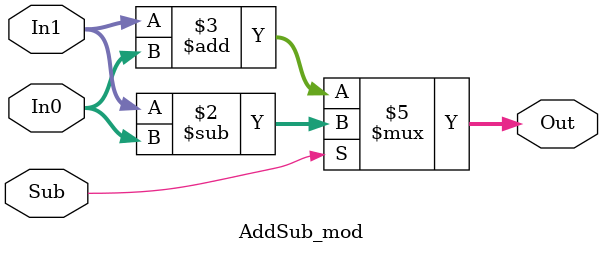
<source format=v>
module AddSub_mod #(parameter SIZE = 8) (
	
	input Sub,
	input [SIZE-1:0] In1, In0,
	output reg [SIZE-1:0] Out
	);

	
	//assign Out = Sub?(In1-In0):(In1+In0);
	
//	if(In1 > In0)
	//		diff = In1 - In0;
	//	else
	//		diff = In0 - In1;

	always@(Sub, In1, In0)
	begin
		if(Sub)
				Out = In1 - In0;
		else
			Out = In1+In0;
	end





endmodule

</source>
